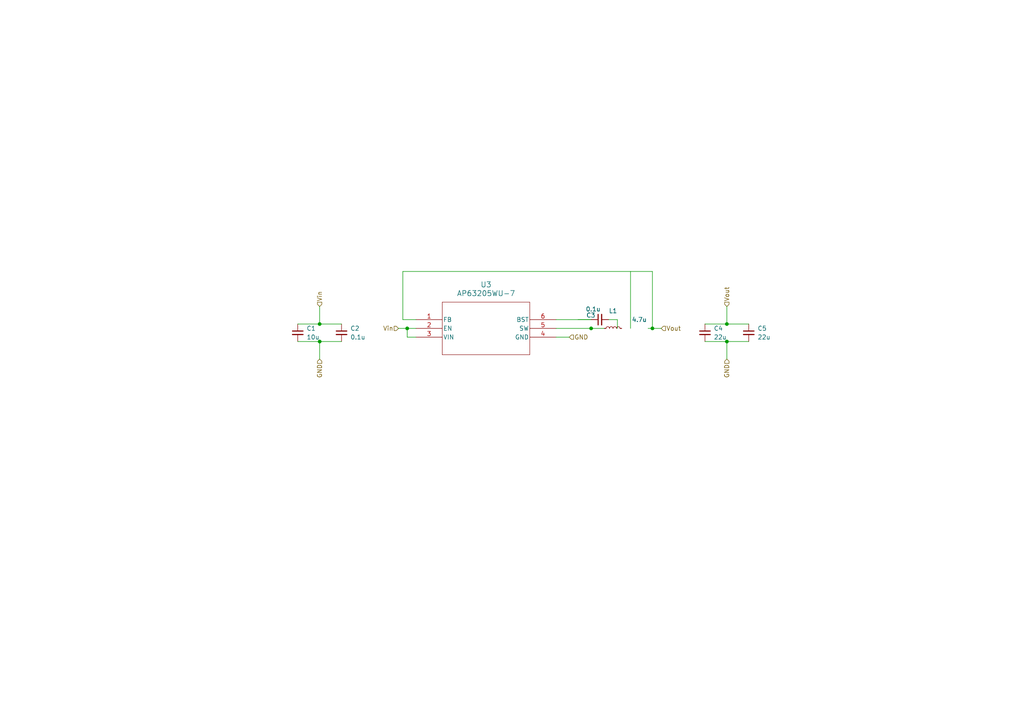
<source format=kicad_sch>
(kicad_sch (version 20231120) (generator "eeschema") (generator_version "8.0")
  (paper "A4")
  (lib_symbols
    (symbol "AusOcean:AP63205WU-7" (pin_names (offset 0.254))
      (property "Reference" "U" (at 20.32 10.16 0))
      (property "Value" "AP63205WU-7" (at 20.32 7.62 0))
      (symbol "AP63205WU-7_0_1"
        (polyline (pts (xy 7.62 -10.16) (xy 33.02 -10.16)) (stroke (width 0.127)))
        (polyline (pts (xy 7.62 5.08) (xy 7.62 -10.16)) (stroke (width 0.127)))
        (polyline (pts (xy 33.02 -10.16) (xy 33.02 5.08)) (stroke (width 0.127)))
        (polyline (pts (xy 33.02 5.08) (xy 7.62 5.08)) (stroke (width 0.127)))
        (pin unspecified line (at 0 0 0) (length 7.62) (name "FB") (number "1"))
        (pin unspecified line (at 0 -2.54 0) (length 7.62) (name "EN") (number "2"))
        (pin unspecified line (at 0 -5.08 0) (length 7.62) (name "VIN") (number "3"))
        (pin power_out line (at 40.64 -5.08 180) (length 7.62) (name "GND") (number "4"))
        (pin unspecified line (at 40.64 -2.54 180) (length 7.62) (name "SW") (number "5"))
        (pin unspecified line (at 40.64 0 180) (length 7.62) (name "BST") (number "6"))
      )
    )
    (symbol "Device:C_Small" (pin_numbers hide) (pin_names (offset 0.254) hide)
      (property "Reference" "C" (at 0.254 1.778 0))
      (property "Value" "C_Small" (at 0.254 -2.032 0))
      (symbol "C_Small_0_1"
        (polyline (pts (xy -1.524 -0.508) (xy 1.524 -0.508)) (stroke (width 0.3302)))
        (polyline (pts (xy -1.524 0.508) (xy 1.524 0.508)) (stroke (width 0.3048)))
      )
      (symbol "C_Small_1_1"
        (pin passive line (at 0 2.54 270) (length 2.032) (name "~") (number "1"))
        (pin passive line (at 0 -2.54 90) (length 2.032) (name "~") (number "2"))
      )
    )
    (symbol "Device:L_Small" (pin_numbers hide) (pin_names (offset 0.254) hide)
      (property "Reference" "L" (at 0.762 1.016 0))
      (property "Value" "L_Small" (at 0.762 -1.016 0))
      (symbol "L_Small_0_1"
        (arc (start 0 -2.032) (mid 0.5058 -1.524) (end 0 -1.016))
        (arc (start 0 -1.016) (mid 0.5058 -0.508) (end 0 0))
        (arc (start 0 0) (mid 0.5058 0.508) (end 0 1.016))
        (arc (start 0 1.016) (mid 0.5058 1.524) (end 0 2.032))
      )
      (symbol "L_Small_1_1"
        (pin passive line (at 0 2.54 270) (length 0.508) (name "~") (number "1"))
        (pin passive line (at 0 -2.54 90) (length 0.508) (name "~") (number "2"))
      )
    )
  )
  (junction (at 171.45 95.25))
  (junction (at 92.71 93.98))
  (junction (at 210.82 99.06))
  (junction (at 92.71 99.06))
  (junction (at 189.23 95.25))
  (junction (at 210.82 93.98))
  (junction (at 118.11 95.25))
  (wire (pts (xy 176.53 92.71) (xy 179.07 92.71)))
  (wire (pts (xy 210.82 99.06) (xy 217.17 99.06)))
  (wire (pts (xy 210.82 93.98) (xy 217.17 93.98)))
  (wire (pts (xy 171.45 95.25) (xy 175.26 95.25)))
  (wire (pts (xy 182.88 78.74) (xy 182.88 95.25)))
  (wire (pts (xy 86.36 99.06) (xy 92.71 99.06)))
  (wire (pts (xy 189.23 95.25) (xy 191.77 95.25)))
  (wire (pts (xy 86.36 93.98) (xy 92.71 93.98)))
  (wire (pts (xy 187.96 95.25) (xy 189.23 95.25)))
  (wire (pts (xy 120.65 97.79) (xy 118.11 97.79)))
  (wire (pts (xy 116.84 78.74) (xy 116.84 92.71)))
  (wire (pts (xy 204.47 93.98) (xy 210.82 93.98)))
  (wire (pts (xy 210.82 99.06) (xy 210.82 104.14)))
  (wire (pts (xy 171.45 95.25) (xy 161.29 95.25)))
  (wire (pts (xy 92.71 99.06) (xy 99.06 99.06)))
  (wire (pts (xy 116.84 78.74) (xy 189.23 78.74)))
  (wire (pts (xy 161.29 92.71) (xy 171.45 92.71)))
  (wire (pts (xy 204.47 99.06) (xy 210.82 99.06)))
  (wire (pts (xy 210.82 88.9) (xy 210.82 93.98)))
  (wire (pts (xy 116.84 92.71) (xy 120.65 92.71)))
  (wire (pts (xy 189.23 78.74) (xy 189.23 95.25)))
  (wire (pts (xy 92.71 88.9) (xy 92.71 93.98)))
  (wire (pts (xy 92.71 93.98) (xy 99.06 93.98)))
  (wire (pts (xy 165.1 97.79) (xy 161.29 97.79)))
  (wire (pts (xy 179.07 92.71) (xy 179.07 95.25)))
  (wire (pts (xy 118.11 95.25) (xy 120.65 95.25)))
  (wire (pts (xy 115.57 95.25) (xy 118.11 95.25)))
  (wire (pts (xy 92.71 99.06) (xy 92.71 104.14)))
  (wire (pts (xy 167.64 92.71) (xy 171.45 92.71)))
  (wire (pts (xy 118.11 97.79) (xy 118.11 95.25)))
  (hierarchical_label "GND" (shape input) (at 210.82 104.14 270))
  (hierarchical_label "GND" (shape input) (at 92.71 104.14 270))
  (hierarchical_label "Vout" (shape input) (at 210.82 88.9 90))
  (hierarchical_label "GND" (shape input) (at 165.1 97.79 0))
  (hierarchical_label "Vout" (shape input) (at 191.77 95.25 0))
  (hierarchical_label "Vin" (shape input) (at 115.57 95.25 180))
  (hierarchical_label "Vin" (shape input) (at 92.71 88.9 90))
  (symbol (lib_id "Device:C_Small") (at 173.99 92.71 90) (unit 1)
    (property "Reference" "C3" (at 172.72 91.44 90) (effects (justify left)))
    (property "Value" "0.1u" (at 174.244 89.662 90) (effects (justify left)))
    (property "Footprint" "Capacitor_SMD:C_0603_1608Metric" (effects (hide yes)))
    (property "Description" "Unpolarized capacitor, small symbol" (effects (hide yes)))
    (instances (project "control_board" (path "" (reference "C3") (unit 1))) (project "control_board" (path "" (reference "C3") (unit 1)) (path "" (reference "C8") (unit 1))))
  )
  (symbol (lib_id "Device:C_Small") (at 217.17 96.52 0) (unit 1)
    (property "Reference" "C5" (at 219.71 95.2562 0) (effects (justify left)))
    (property "Value" "22u" (at 219.71 97.7962 0) (effects (justify left)))
    (property "Footprint" "Capacitor_SMD:C_1206_3216Metric" (effects (hide yes)))
    (property "Description" "Unpolarized capacitor, small symbol" (effects (hide yes)))
    (instances (project "control_board" (path "" (reference "C5") (unit 1))) (project "control_board" (path "" (reference "C5") (unit 1)) (path "" (reference "C10") (unit 1))))
  )
  (symbol (lib_id "AusOcean:AP63205WU-7") (at 120.65 92.71 0) (unit 1)
    (property "Reference" "U3" (at 140.97 82.55 0) (effects (font (size 1.524 1.524))))
    (property "Value" "AP63205WU-7" (at 140.97 85.09 0) (effects (font (size 1.524 1.524))))
    (property "Footprint" "AusOcean:SOIC_05WU-7_DIO" (effects (hide yes)))
    (property "Datasheet" "AP63205WU-7" (effects (hide yes)))
    (instances (project "control_board" (path "" (reference "U3") (unit 1))) (project "control_board" (path "" (reference "U3") (unit 1)) (path "" (reference "U4") (unit 1))))
  )
  (symbol (lib_id "Device:L_Small") (at 177.8 95.25 90) (unit 1)
    (property "Reference" "L1" (at 177.8 90.17 90))
    (property "Value" "4.7u" (at 185.42 92.71 90))
    (property "Footprint" "Inductor_SMD:L_Changjiang_FXL0630" (effects (hide yes)))
    (property "Description" "Inductor, small symbol" (effects (hide yes)))
    (instances (project "control_board" (path "" (reference "L1") (unit 1))) (project "control_board" (path "" (reference "L1") (unit 1)) (path "" (reference "L2") (unit 1))))
  )
  (symbol (lib_id "Device:C_Small") (at 204.47 96.52 0) (unit 1)
    (property "Reference" "C4" (at 207.01 95.2562 0) (effects (justify left)))
    (property "Value" "22u" (at 207.01 97.7962 0) (effects (justify left)))
    (property "Footprint" "Capacitor_SMD:C_1206_3216Metric" (effects (hide yes)))
    (property "Description" "Unpolarized capacitor, small symbol" (effects (hide yes)))
    (instances (project "control_board" (path "" (reference "C4") (unit 1))) (project "control_board" (path "" (reference "C4") (unit 1)) (path "" (reference "C9") (unit 1))))
  )
  (symbol (lib_id "Device:C_Small") (at 86.36 96.52 0) (unit 1)
    (property "Reference" "C1" (at 88.9 95.2562 0) (effects (justify left)))
    (property "Value" "10u" (at 88.9 97.7962 0) (effects (justify left)))
    (property "Footprint" "Capacitor_SMD:C_1206_3216Metric" (effects (hide yes)))
    (property "Description" "Unpolarized capacitor, small symbol" (effects (hide yes)))
    (instances (project "control_board" (path "" (reference "C1") (unit 1))) (project "control_board" (path "" (reference "C1") (unit 1)) (path "" (reference "C6") (unit 1))))
  )
  (symbol (lib_id "Device:C_Small") (at 99.06 96.52 0) (unit 1)
    (property "Reference" "C2" (at 101.6 95.2562 0) (effects (justify left)))
    (property "Value" "0.1u" (at 101.6 97.7962 0) (effects (justify left)))
    (property "Footprint" "Capacitor_SMD:C_0603_1608Metric" (effects (hide yes)))
    (property "Description" "Unpolarized capacitor, small symbol" (effects (hide yes)))
    (instances (project "control_board" (path "" (reference "C2") (unit 1))) (project "control_board" (path "" (reference "C2") (unit 1)) (path "" (reference "C7") (unit 1))))
  )
)
</source>
